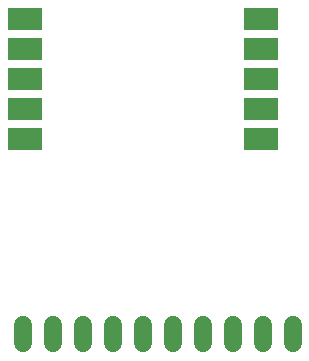
<source format=gbr>
G04 EAGLE Gerber RS-274X export*
G75*
%MOMM*%
%FSLAX34Y34*%
%LPD*%
%INTop Copper*%
%IPPOS*%
%AMOC8*
5,1,8,0,0,1.08239X$1,22.5*%
G01*
G04 Define Apertures*
%ADD10R,3.000000X1.900000*%
%ADD11C,1.524000*%
D10*
X39700Y965200D03*
X39700Y939800D03*
X39700Y914400D03*
X39700Y889000D03*
X39700Y863600D03*
X239700Y863600D03*
X239700Y889000D03*
X239700Y914400D03*
X239700Y939800D03*
X239700Y965200D03*
D11*
X38100Y706120D02*
X38100Y690880D01*
X63500Y690880D02*
X63500Y706120D01*
X88900Y706120D02*
X88900Y690880D01*
X114300Y690880D02*
X114300Y706120D01*
X139700Y706120D02*
X139700Y690880D01*
X165100Y690880D02*
X165100Y706120D01*
X190500Y706120D02*
X190500Y690880D01*
X215900Y690880D02*
X215900Y706120D01*
X241300Y706120D02*
X241300Y690880D01*
X266700Y690880D02*
X266700Y706120D01*
M02*

</source>
